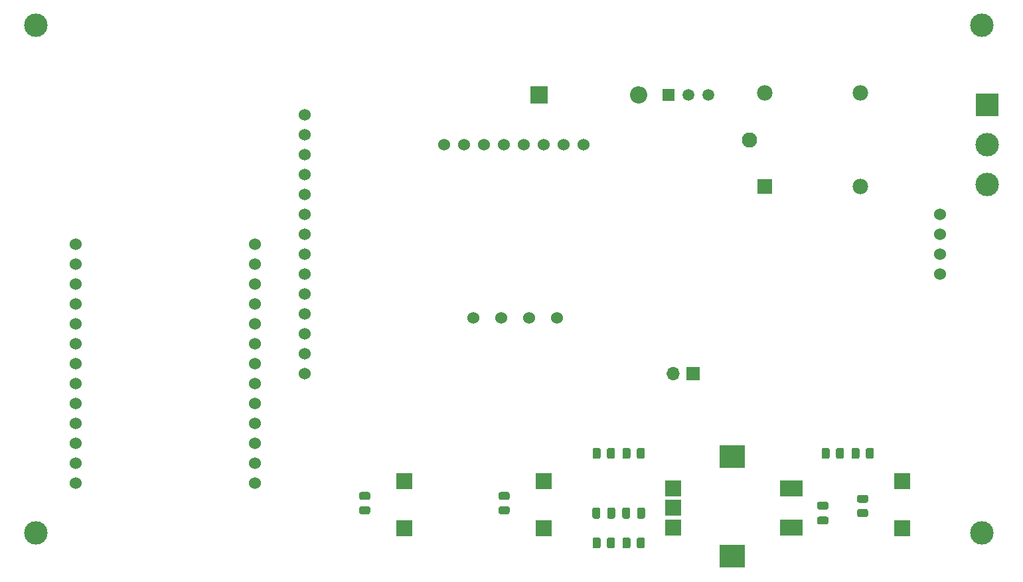
<source format=gbr>
%TF.GenerationSoftware,KiCad,Pcbnew,(5.1.12)-1*%
%TF.CreationDate,2021-12-29T18:15:49+01:00*%
%TF.ProjectId,esp32pcbheater,65737033-3270-4636-9268-65617465722e,rev?*%
%TF.SameCoordinates,Original*%
%TF.FileFunction,Soldermask,Top*%
%TF.FilePolarity,Negative*%
%FSLAX46Y46*%
G04 Gerber Fmt 4.6, Leading zero omitted, Abs format (unit mm)*
G04 Created by KiCad (PCBNEW (5.1.12)-1) date 2021-12-29 18:15:49*
%MOMM*%
%LPD*%
G01*
G04 APERTURE LIST*
%ADD10R,2.200000X2.200000*%
%ADD11O,2.200000X2.200000*%
%ADD12C,3.000000*%
%ADD13R,1.700000X1.700000*%
%ADD14O,1.700000X1.700000*%
%ADD15R,3.000000X3.000000*%
%ADD16R,1.980000X1.980000*%
%ADD17C,1.935000*%
%ADD18C,1.980000*%
%ADD19C,1.500000*%
%ADD20R,1.500000X1.500000*%
%ADD21R,3.000000X2.000000*%
%ADD22R,3.200000X3.000000*%
%ADD23R,2.000000X2.000000*%
%ADD24C,1.524000*%
G04 APERTURE END LIST*
%TO.C,C1*%
G36*
G01*
X109670000Y-108425000D02*
X109670000Y-107475000D01*
G75*
G02*
X109920000Y-107225000I250000J0D01*
G01*
X110420000Y-107225000D01*
G75*
G02*
X110670000Y-107475000I0J-250000D01*
G01*
X110670000Y-108425000D01*
G75*
G02*
X110420000Y-108675000I-250000J0D01*
G01*
X109920000Y-108675000D01*
G75*
G02*
X109670000Y-108425000I0J250000D01*
G01*
G37*
G36*
G01*
X107770000Y-108425000D02*
X107770000Y-107475000D01*
G75*
G02*
X108020000Y-107225000I250000J0D01*
G01*
X108520000Y-107225000D01*
G75*
G02*
X108770000Y-107475000I0J-250000D01*
G01*
X108770000Y-108425000D01*
G75*
G02*
X108520000Y-108675000I-250000J0D01*
G01*
X108020000Y-108675000D01*
G75*
G02*
X107770000Y-108425000I0J250000D01*
G01*
G37*
%TD*%
%TO.C,C2*%
G36*
G01*
X103960000Y-108425000D02*
X103960000Y-107475000D01*
G75*
G02*
X104210000Y-107225000I250000J0D01*
G01*
X104710000Y-107225000D01*
G75*
G02*
X104960000Y-107475000I0J-250000D01*
G01*
X104960000Y-108425000D01*
G75*
G02*
X104710000Y-108675000I-250000J0D01*
G01*
X104210000Y-108675000D01*
G75*
G02*
X103960000Y-108425000I0J250000D01*
G01*
G37*
G36*
G01*
X105860000Y-108425000D02*
X105860000Y-107475000D01*
G75*
G02*
X106110000Y-107225000I250000J0D01*
G01*
X106610000Y-107225000D01*
G75*
G02*
X106860000Y-107475000I0J-250000D01*
G01*
X106860000Y-108425000D01*
G75*
G02*
X106610000Y-108675000I-250000J0D01*
G01*
X106110000Y-108675000D01*
G75*
G02*
X105860000Y-108425000I0J250000D01*
G01*
G37*
%TD*%
%TO.C,C3*%
G36*
G01*
X132875000Y-106500000D02*
X133825000Y-106500000D01*
G75*
G02*
X134075000Y-106750000I0J-250000D01*
G01*
X134075000Y-107250000D01*
G75*
G02*
X133825000Y-107500000I-250000J0D01*
G01*
X132875000Y-107500000D01*
G75*
G02*
X132625000Y-107250000I0J250000D01*
G01*
X132625000Y-106750000D01*
G75*
G02*
X132875000Y-106500000I250000J0D01*
G01*
G37*
G36*
G01*
X132875000Y-108400000D02*
X133825000Y-108400000D01*
G75*
G02*
X134075000Y-108650000I0J-250000D01*
G01*
X134075000Y-109150000D01*
G75*
G02*
X133825000Y-109400000I-250000J0D01*
G01*
X132875000Y-109400000D01*
G75*
G02*
X132625000Y-109150000I0J250000D01*
G01*
X132625000Y-108650000D01*
G75*
G02*
X132875000Y-108400000I250000J0D01*
G01*
G37*
%TD*%
D10*
%TO.C,D1*%
X97155000Y-54610000D03*
D11*
X109855000Y-54610000D03*
%TD*%
D12*
%TO.C,H1*%
X33020000Y-45720000D03*
%TD*%
%TO.C,H2*%
X153670000Y-45720000D03*
%TD*%
%TO.C,H3*%
X33020000Y-110490000D03*
%TD*%
%TO.C,H4*%
X153670000Y-110490000D03*
%TD*%
D13*
%TO.C,J2*%
X116840000Y-90170000D03*
D14*
X114300000Y-90170000D03*
%TD*%
D15*
%TO.C,J7*%
X154305000Y-55880000D03*
D12*
X154305000Y-60960000D03*
X154305000Y-66040000D03*
%TD*%
D16*
%TO.C,K1*%
X125980000Y-66325000D03*
D17*
X123980000Y-60325000D03*
D18*
X125980000Y-54325000D03*
X138180000Y-54325000D03*
X138180000Y-66325000D03*
%TD*%
D19*
%TO.C,Q1*%
X116205000Y-54610000D03*
X118745000Y-54610000D03*
D20*
X113665000Y-54610000D03*
%TD*%
%TO.C,R1*%
G36*
G01*
X75380001Y-106280000D02*
X74479999Y-106280000D01*
G75*
G02*
X74230000Y-106030001I0J249999D01*
G01*
X74230000Y-105504999D01*
G75*
G02*
X74479999Y-105255000I249999J0D01*
G01*
X75380001Y-105255000D01*
G75*
G02*
X75630000Y-105504999I0J-249999D01*
G01*
X75630000Y-106030001D01*
G75*
G02*
X75380001Y-106280000I-249999J0D01*
G01*
G37*
G36*
G01*
X75380001Y-108105000D02*
X74479999Y-108105000D01*
G75*
G02*
X74230000Y-107855001I0J249999D01*
G01*
X74230000Y-107329999D01*
G75*
G02*
X74479999Y-107080000I249999J0D01*
G01*
X75380001Y-107080000D01*
G75*
G02*
X75630000Y-107329999I0J-249999D01*
G01*
X75630000Y-107855001D01*
G75*
G02*
X75380001Y-108105000I-249999J0D01*
G01*
G37*
%TD*%
%TO.C,R2*%
G36*
G01*
X93160001Y-106280000D02*
X92259999Y-106280000D01*
G75*
G02*
X92010000Y-106030001I0J249999D01*
G01*
X92010000Y-105504999D01*
G75*
G02*
X92259999Y-105255000I249999J0D01*
G01*
X93160001Y-105255000D01*
G75*
G02*
X93410000Y-105504999I0J-249999D01*
G01*
X93410000Y-106030001D01*
G75*
G02*
X93160001Y-106280000I-249999J0D01*
G01*
G37*
G36*
G01*
X93160001Y-108105000D02*
X92259999Y-108105000D01*
G75*
G02*
X92010000Y-107855001I0J249999D01*
G01*
X92010000Y-107329999D01*
G75*
G02*
X92259999Y-107080000I249999J0D01*
G01*
X93160001Y-107080000D01*
G75*
G02*
X93410000Y-107329999I0J-249999D01*
G01*
X93410000Y-107855001D01*
G75*
G02*
X93160001Y-108105000I-249999J0D01*
G01*
G37*
%TD*%
%TO.C,R3*%
G36*
G01*
X138880001Y-108463000D02*
X137979999Y-108463000D01*
G75*
G02*
X137730000Y-108213001I0J249999D01*
G01*
X137730000Y-107687999D01*
G75*
G02*
X137979999Y-107438000I249999J0D01*
G01*
X138880001Y-107438000D01*
G75*
G02*
X139130000Y-107687999I0J-249999D01*
G01*
X139130000Y-108213001D01*
G75*
G02*
X138880001Y-108463000I-249999J0D01*
G01*
G37*
G36*
G01*
X138880001Y-106638000D02*
X137979999Y-106638000D01*
G75*
G02*
X137730000Y-106388001I0J249999D01*
G01*
X137730000Y-105862999D01*
G75*
G02*
X137979999Y-105613000I249999J0D01*
G01*
X138880001Y-105613000D01*
G75*
G02*
X139130000Y-105862999I0J-249999D01*
G01*
X139130000Y-106388001D01*
G75*
G02*
X138880001Y-106638000I-249999J0D01*
G01*
G37*
%TD*%
%TO.C,R4*%
G36*
G01*
X107795000Y-112210001D02*
X107795000Y-111309999D01*
G75*
G02*
X108044999Y-111060000I249999J0D01*
G01*
X108570001Y-111060000D01*
G75*
G02*
X108820000Y-111309999I0J-249999D01*
G01*
X108820000Y-112210001D01*
G75*
G02*
X108570001Y-112460000I-249999J0D01*
G01*
X108044999Y-112460000D01*
G75*
G02*
X107795000Y-112210001I0J249999D01*
G01*
G37*
G36*
G01*
X109620000Y-112210001D02*
X109620000Y-111309999D01*
G75*
G02*
X109869999Y-111060000I249999J0D01*
G01*
X110395001Y-111060000D01*
G75*
G02*
X110645000Y-111309999I0J-249999D01*
G01*
X110645000Y-112210001D01*
G75*
G02*
X110395001Y-112460000I-249999J0D01*
G01*
X109869999Y-112460000D01*
G75*
G02*
X109620000Y-112210001I0J249999D01*
G01*
G37*
%TD*%
%TO.C,R5*%
G36*
G01*
X107795000Y-100780001D02*
X107795000Y-99879999D01*
G75*
G02*
X108044999Y-99630000I249999J0D01*
G01*
X108570001Y-99630000D01*
G75*
G02*
X108820000Y-99879999I0J-249999D01*
G01*
X108820000Y-100780001D01*
G75*
G02*
X108570001Y-101030000I-249999J0D01*
G01*
X108044999Y-101030000D01*
G75*
G02*
X107795000Y-100780001I0J249999D01*
G01*
G37*
G36*
G01*
X109620000Y-100780001D02*
X109620000Y-99879999D01*
G75*
G02*
X109869999Y-99630000I249999J0D01*
G01*
X110395001Y-99630000D01*
G75*
G02*
X110645000Y-99879999I0J-249999D01*
G01*
X110645000Y-100780001D01*
G75*
G02*
X110395001Y-101030000I-249999J0D01*
G01*
X109869999Y-101030000D01*
G75*
G02*
X109620000Y-100780001I0J249999D01*
G01*
G37*
%TD*%
%TO.C,R6*%
G36*
G01*
X105810000Y-112210001D02*
X105810000Y-111309999D01*
G75*
G02*
X106059999Y-111060000I249999J0D01*
G01*
X106585001Y-111060000D01*
G75*
G02*
X106835000Y-111309999I0J-249999D01*
G01*
X106835000Y-112210001D01*
G75*
G02*
X106585001Y-112460000I-249999J0D01*
G01*
X106059999Y-112460000D01*
G75*
G02*
X105810000Y-112210001I0J249999D01*
G01*
G37*
G36*
G01*
X103985000Y-112210001D02*
X103985000Y-111309999D01*
G75*
G02*
X104234999Y-111060000I249999J0D01*
G01*
X104760001Y-111060000D01*
G75*
G02*
X105010000Y-111309999I0J-249999D01*
G01*
X105010000Y-112210001D01*
G75*
G02*
X104760001Y-112460000I-249999J0D01*
G01*
X104234999Y-112460000D01*
G75*
G02*
X103985000Y-112210001I0J249999D01*
G01*
G37*
%TD*%
%TO.C,R7*%
G36*
G01*
X105810000Y-100780001D02*
X105810000Y-99879999D01*
G75*
G02*
X106059999Y-99630000I249999J0D01*
G01*
X106585001Y-99630000D01*
G75*
G02*
X106835000Y-99879999I0J-249999D01*
G01*
X106835000Y-100780001D01*
G75*
G02*
X106585001Y-101030000I-249999J0D01*
G01*
X106059999Y-101030000D01*
G75*
G02*
X105810000Y-100780001I0J249999D01*
G01*
G37*
G36*
G01*
X103985000Y-100780001D02*
X103985000Y-99879999D01*
G75*
G02*
X104234999Y-99630000I249999J0D01*
G01*
X104760001Y-99630000D01*
G75*
G02*
X105010000Y-99879999I0J-249999D01*
G01*
X105010000Y-100780001D01*
G75*
G02*
X104760001Y-101030000I-249999J0D01*
G01*
X104234999Y-101030000D01*
G75*
G02*
X103985000Y-100780001I0J249999D01*
G01*
G37*
%TD*%
%TO.C,R9*%
G36*
G01*
X133195000Y-100780001D02*
X133195000Y-99879999D01*
G75*
G02*
X133444999Y-99630000I249999J0D01*
G01*
X133970001Y-99630000D01*
G75*
G02*
X134220000Y-99879999I0J-249999D01*
G01*
X134220000Y-100780001D01*
G75*
G02*
X133970001Y-101030000I-249999J0D01*
G01*
X133444999Y-101030000D01*
G75*
G02*
X133195000Y-100780001I0J249999D01*
G01*
G37*
G36*
G01*
X135020000Y-100780001D02*
X135020000Y-99879999D01*
G75*
G02*
X135269999Y-99630000I249999J0D01*
G01*
X135795001Y-99630000D01*
G75*
G02*
X136045000Y-99879999I0J-249999D01*
G01*
X136045000Y-100780001D01*
G75*
G02*
X135795001Y-101030000I-249999J0D01*
G01*
X135269999Y-101030000D01*
G75*
G02*
X135020000Y-100780001I0J249999D01*
G01*
G37*
%TD*%
%TO.C,R11*%
G36*
G01*
X138830000Y-100780001D02*
X138830000Y-99879999D01*
G75*
G02*
X139079999Y-99630000I249999J0D01*
G01*
X139605001Y-99630000D01*
G75*
G02*
X139855000Y-99879999I0J-249999D01*
G01*
X139855000Y-100780001D01*
G75*
G02*
X139605001Y-101030000I-249999J0D01*
G01*
X139079999Y-101030000D01*
G75*
G02*
X138830000Y-100780001I0J249999D01*
G01*
G37*
G36*
G01*
X137005000Y-100780001D02*
X137005000Y-99879999D01*
G75*
G02*
X137254999Y-99630000I249999J0D01*
G01*
X137780001Y-99630000D01*
G75*
G02*
X138030000Y-99879999I0J-249999D01*
G01*
X138030000Y-100780001D01*
G75*
G02*
X137780001Y-101030000I-249999J0D01*
G01*
X137254999Y-101030000D01*
G75*
G02*
X137005000Y-100780001I0J249999D01*
G01*
G37*
%TD*%
D21*
%TO.C,SW4*%
X129300000Y-109775000D03*
X129300000Y-104775000D03*
D22*
X121800000Y-113475000D03*
X121800000Y-100775000D03*
D23*
X114300000Y-109775000D03*
X114300000Y-107275000D03*
X114300000Y-104775000D03*
%TD*%
D24*
%TO.C,U1*%
X67310000Y-57150000D03*
X67310000Y-59690000D03*
X67310000Y-62230000D03*
X67310000Y-64770000D03*
X67310000Y-67310000D03*
X67310000Y-69850000D03*
X67310000Y-72390000D03*
X67310000Y-74930000D03*
X67310000Y-77470000D03*
X67310000Y-80010000D03*
X67310000Y-82550000D03*
X67310000Y-85090000D03*
X67310000Y-87630000D03*
X67310000Y-90170000D03*
X148336000Y-69850000D03*
X148336000Y-72390000D03*
X148336000Y-74930000D03*
X148336000Y-77470000D03*
%TD*%
%TO.C,U2*%
X60960000Y-73660000D03*
X60960000Y-76200000D03*
X60960000Y-78740000D03*
X60960000Y-81280000D03*
X60960000Y-83820000D03*
X60960000Y-86360000D03*
X60960000Y-88900000D03*
X60960000Y-91440000D03*
X60960000Y-93980000D03*
X60960000Y-96520000D03*
X60960000Y-99060000D03*
X60960000Y-101600000D03*
X60960000Y-104140000D03*
X38100000Y-73660000D03*
X38100000Y-76200000D03*
X38100000Y-78740000D03*
X38100000Y-81280000D03*
X38100000Y-83820000D03*
X38100000Y-86360000D03*
X38100000Y-88900000D03*
X38100000Y-91440000D03*
X38100000Y-93980000D03*
X38100000Y-96520000D03*
X38100000Y-99060000D03*
X38100000Y-101600000D03*
X38100000Y-104140000D03*
%TD*%
%TO.C,U3*%
X85090000Y-60960000D03*
X87630000Y-60960000D03*
X90170000Y-60960000D03*
X92710000Y-60960000D03*
X95250000Y-60960000D03*
X97790000Y-60960000D03*
X100330000Y-60960000D03*
X102870000Y-60960000D03*
X88773000Y-83058000D03*
X92329000Y-83058000D03*
X95885000Y-83058000D03*
X99441000Y-83058000D03*
%TD*%
D23*
%TO.C,SW1*%
X80010000Y-109875000D03*
X80010000Y-103875000D03*
%TD*%
%TO.C,SW2*%
X97790000Y-103875000D03*
X97790000Y-109875000D03*
%TD*%
%TO.C,SW3*%
X143510000Y-109875000D03*
X143510000Y-103875000D03*
%TD*%
M02*

</source>
